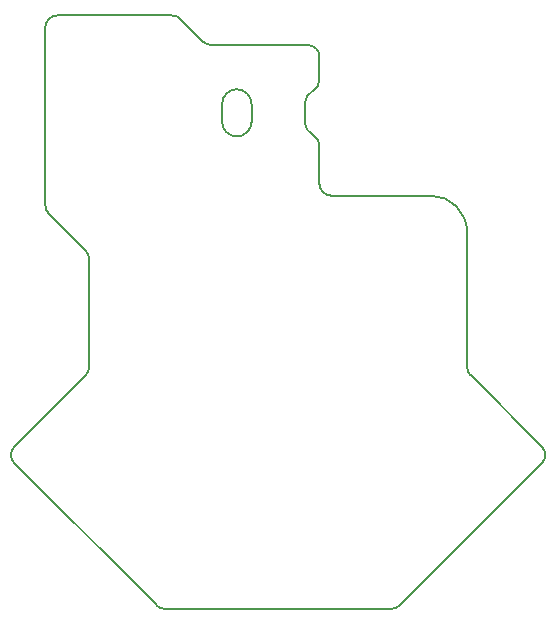
<source format=gbr>
G04 #@! TF.GenerationSoftware,KiCad,Pcbnew,(5.1.6)-1*
G04 #@! TF.CreationDate,2020-11-03T23:41:07+03:00*
G04 #@! TF.ProjectId,UlTi_head_connector,556c5469-5f68-4656-9164-5f636f6e6e65,rev?*
G04 #@! TF.SameCoordinates,Original*
G04 #@! TF.FileFunction,Profile,NP*
%FSLAX46Y46*%
G04 Gerber Fmt 4.6, Leading zero omitted, Abs format (unit mm)*
G04 Created by KiCad (PCBNEW (5.1.6)-1) date 2020-11-03 23:41:07*
%MOMM*%
%LPD*%
G01*
G04 APERTURE LIST*
G04 #@! TA.AperFunction,Profile*
%ADD10C,0.200000*%
G04 #@! TD*
G04 APERTURE END LIST*
D10*
X101488895Y-35248201D02*
X111224388Y-35248201D01*
X117946001Y-44244001D02*
X117946001Y-42744336D01*
X103903108Y-55154206D02*
G75*
G02*
X104196001Y-55861313I-707107J-707107D01*
G01*
X115446001Y-42744336D02*
X115446001Y-44244001D01*
X122446001Y-42744336D02*
X122446001Y-44244001D01*
X100488895Y-36248201D02*
G75*
G02*
X101488895Y-35248201I1000000J0D01*
G01*
X123140445Y-45363759D02*
G75*
G02*
X123696001Y-46259565I-444444J-895806D01*
G01*
X142520480Y-71755305D02*
G75*
G02*
X142520481Y-73169518I-707106J-707107D01*
G01*
X114552815Y-37748201D02*
X122696001Y-37748201D01*
X123696001Y-40728771D02*
G75*
G02*
X123140446Y-41624578I-1000000J-1D01*
G01*
X123696001Y-49494001D02*
X123696001Y-46259565D01*
X115446001Y-42744336D02*
G75*
G02*
X116696001Y-41494336I1250000J0D01*
G01*
X130488895Y-85201107D02*
G75*
G02*
X129781788Y-85494000I-707107J707107D01*
G01*
X129781788Y-85494000D02*
X110610215Y-85494000D01*
X97871519Y-71755307D02*
X103903108Y-65723718D01*
X109903108Y-85201106D02*
X97871519Y-73169521D01*
X124696001Y-50494001D02*
G75*
G02*
X123696001Y-49494001I0J1000000D01*
G01*
X122696001Y-37748201D02*
G75*
G02*
X123696001Y-38748201I0J-1000000D01*
G01*
X123696001Y-40728772D02*
X123696001Y-38748201D01*
X136196000Y-53594000D02*
X136196000Y-65016611D01*
X116696001Y-41494336D02*
G75*
G02*
X117946001Y-42744336I0J-1250000D01*
G01*
X110610214Y-85494000D02*
G75*
G02*
X109903108Y-85201106I1J1000000D01*
G01*
X142520481Y-73169518D02*
X130488895Y-85201106D01*
X104196001Y-65016611D02*
G75*
G02*
X103903108Y-65723718I-1000000J0D01*
G01*
X122446001Y-42744336D02*
G75*
G02*
X123140446Y-41624578I1250000J0D01*
G01*
X129167615Y-50494001D02*
X133096000Y-50494001D01*
X117946001Y-44244001D02*
G75*
G02*
X116696001Y-45494001I-1250000J0D01*
G01*
X97871519Y-73169521D02*
G75*
G02*
X97871519Y-71755307I707107J707107D01*
G01*
X103903108Y-55154206D02*
X100781788Y-52032887D01*
X111224388Y-35248201D02*
G75*
G02*
X111931495Y-35541094I0J-1000000D01*
G01*
X116696001Y-45494001D02*
G75*
G02*
X115446001Y-44244001I0J1250000D01*
G01*
X104196001Y-65016611D02*
X104196001Y-55861313D01*
X123140445Y-45363759D02*
G75*
G02*
X122446001Y-44244001I555556J1119758D01*
G01*
X100781788Y-52032887D02*
G75*
G02*
X100488895Y-51325780I707107J707107D01*
G01*
X114552814Y-37748201D02*
G75*
G02*
X113845708Y-37455307I1J1000000D01*
G01*
X136488893Y-65723718D02*
X142520481Y-71755305D01*
X100488895Y-51325780D02*
X100488895Y-36248201D01*
X111931495Y-35541094D02*
X113845708Y-37455307D01*
X124696001Y-50494001D02*
X129167615Y-50494001D01*
X136488893Y-65723718D02*
G75*
G02*
X136196000Y-65016611I707107J707107D01*
G01*
X133096000Y-50494000D02*
G75*
G02*
X136196000Y-53594000I0J-3100000D01*
G01*
M02*

</source>
